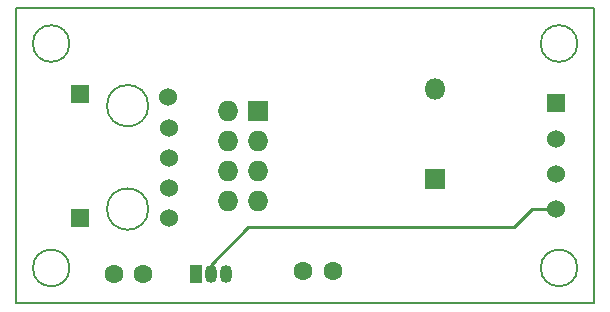
<source format=gbr>
%TF.GenerationSoftware,KiCad,Pcbnew,6.0.11-2627ca5db0~126~ubuntu20.04.1*%
%TF.CreationDate,2024-03-17T04:55:18-05:00*%
%TF.ProjectId,WaterFlowCounter,57617465-7246-46c6-9f77-436f756e7465,rev?*%
%TF.SameCoordinates,Original*%
%TF.FileFunction,Copper,L1,Top*%
%TF.FilePolarity,Positive*%
%FSLAX46Y46*%
G04 Gerber Fmt 4.6, Leading zero omitted, Abs format (unit mm)*
G04 Created by KiCad (PCBNEW 6.0.11-2627ca5db0~126~ubuntu20.04.1) date 2024-03-17 04:55:18*
%MOMM*%
%LPD*%
G01*
G04 APERTURE LIST*
%TA.AperFunction,Profile*%
%ADD10C,0.200000*%
%TD*%
%TA.AperFunction,ComponentPad*%
%ADD11R,1.800000X1.800000*%
%TD*%
%TA.AperFunction,ComponentPad*%
%ADD12O,1.800000X1.800000*%
%TD*%
%TA.AperFunction,ComponentPad*%
%ADD13R,1.524000X1.524000*%
%TD*%
%TA.AperFunction,ComponentPad*%
%ADD14C,1.524000*%
%TD*%
%TA.AperFunction,ComponentPad*%
%ADD15C,1.600000*%
%TD*%
%TA.AperFunction,ComponentPad*%
%ADD16R,1.727200X1.727200*%
%TD*%
%TA.AperFunction,ComponentPad*%
%ADD17O,1.727200X1.727200*%
%TD*%
%TA.AperFunction,ComponentPad*%
%ADD18R,1.050000X1.500000*%
%TD*%
%TA.AperFunction,ComponentPad*%
%ADD19O,1.050000X1.500000*%
%TD*%
%TA.AperFunction,Conductor*%
%ADD20C,0.250000*%
%TD*%
G04 APERTURE END LIST*
D10*
X172550000Y-103000000D02*
G75*
G03*
X172550000Y-103000000I-1550000J0D01*
G01*
X125000000Y-100000000D02*
X174000000Y-100000000D01*
X174000000Y-100000000D02*
X174000000Y-125000000D01*
X174000000Y-125000000D02*
X125000000Y-125000000D01*
X125000000Y-125000000D02*
X125000000Y-100000000D01*
X129550000Y-122000000D02*
G75*
G03*
X129550000Y-122000000I-1550000J0D01*
G01*
X172550000Y-122000000D02*
G75*
G03*
X172550000Y-122000000I-1550000J0D01*
G01*
X129550000Y-103000000D02*
G75*
G03*
X129550000Y-103000000I-1550000J0D01*
G01*
%TO.C,J1*%
X136222600Y-108261600D02*
G75*
G03*
X136222600Y-108261600I-1750000J0D01*
G01*
X136222600Y-117011600D02*
G75*
G03*
X136222600Y-117011600I-1750000J0D01*
G01*
%TD*%
D11*
%TO.P,D1,1,K*%
%TO.N,Net-(J2-Pad2)*%
X160502800Y-114503400D03*
D12*
%TO.P,D1,2,A*%
%TO.N,Earth*%
X160502800Y-106883400D03*
%TD*%
D13*
%TO.P,J2,1,Pin_1*%
%TO.N,Earth*%
X170737400Y-108048300D03*
D14*
%TO.P,J2,2,Pin_2*%
%TO.N,Net-(J2-Pad2)*%
X170737400Y-111048300D03*
%TO.P,J2,3,Pin_3*%
%TO.N,Net-(C2-Pad1)*%
X170737400Y-114048300D03*
%TO.P,J2,4,Pin_4*%
%TO.N,Net-(C1-Pad1)*%
X170737400Y-117048300D03*
%TD*%
D15*
%TO.P,C2,1*%
%TO.N,Net-(C2-Pad1)*%
X149346800Y-122275800D03*
%TO.P,C2,2*%
%TO.N,Earth*%
X151846800Y-122275800D03*
%TD*%
D16*
%TO.P,U1,1,GND*%
%TO.N,Earth*%
X145491400Y-108737600D03*
D17*
%TO.P,U1,2,U0TXD/GPIO1*%
%TO.N,unconnected-(U1-Pad2)*%
X142951400Y-108737600D03*
%TO.P,U1,3,U1TXD/GPIO2*%
%TO.N,Net-(J2-Pad2)*%
X145491400Y-111277600D03*
%TO.P,U1,4,CH_EN/CH_PD*%
%TO.N,unconnected-(U1-Pad4)*%
X142951400Y-111277600D03*
%TO.P,U1,5,GPIO0*%
%TO.N,unconnected-(U1-Pad5)*%
X145491400Y-113817600D03*
%TO.P,U1,6,RST*%
%TO.N,unconnected-(U1-Pad6)*%
X142951400Y-113817600D03*
%TO.P,U1,7,GPIO3/U0RXD*%
%TO.N,unconnected-(U1-Pad7)*%
X145491400Y-116357600D03*
%TO.P,U1,8,VCC*%
%TO.N,Net-(C2-Pad1)*%
X142951400Y-116357600D03*
%TD*%
D18*
%TO.P,U2,1,GND*%
%TO.N,Earth*%
X140222400Y-122547600D03*
D19*
%TO.P,U2,2,VI*%
%TO.N,Net-(C1-Pad1)*%
X141492400Y-122547600D03*
%TO.P,U2,3,VO*%
%TO.N,Net-(C2-Pad1)*%
X142762400Y-122547600D03*
%TD*%
D15*
%TO.P,C1,1*%
%TO.N,Net-(C1-Pad1)*%
X135788600Y-122555200D03*
%TO.P,C1,2*%
%TO.N,Earth*%
X133288600Y-122555200D03*
%TD*%
D14*
%TO.P,J1,1,VBUS*%
%TO.N,Net-(C1-Pad1)*%
X137919200Y-107522800D03*
%TO.P,J1,2,D-*%
%TO.N,unconnected-(J1-Pad2)*%
X137944600Y-110113600D03*
%TO.P,J1,3,D+*%
%TO.N,unconnected-(J1-Pad3)*%
X137944600Y-112681600D03*
%TO.P,J1,4,ID*%
%TO.N,unconnected-(J1-Pad4)*%
X137944600Y-115193600D03*
%TO.P,J1,5,GND*%
%TO.N,Earth*%
X137972600Y-117761600D03*
D13*
%TO.P,J1,6,Shield*%
X130472600Y-117761600D03*
%TO.P,J1,7,Shield*%
X130472600Y-107261600D03*
%TD*%
D20*
%TO.N,Net-(C1-Pad1)*%
X141492400Y-122547600D02*
X141492400Y-121779000D01*
X141492400Y-121779000D02*
X144704000Y-118567400D01*
X144704000Y-118567400D02*
X167157600Y-118567400D01*
X167157600Y-118567400D02*
X168676700Y-117048300D01*
X168676700Y-117048300D02*
X170737400Y-117048300D01*
%TD*%
M02*

</source>
